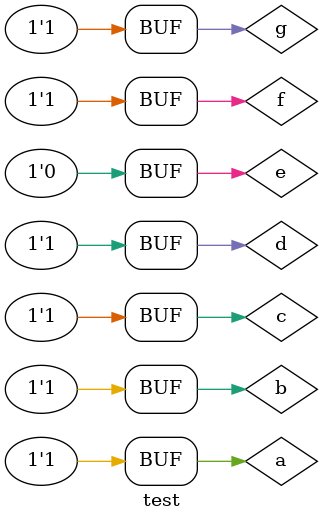
<source format=v>
module led(a,b,c,d,e,f,g,out1,out2,out3,out4); 	
input a,b,c,d,e,f,g;
output reg out1, out2, out3, out4;

always @(*)
begin

if(a==0 && b==1 && c==1 && d==0 && e==0 && f==1 && g==1) begin
out1 = 0;
out2 = 1;
out3 = 0;
out4 = 0;
end

else if(a==1 && b==0 && c==1 && d==1 && e==0 && f==1 && g==1) begin
out1 = 0;
out2 = 1;
out3 = 0;
out4 = 1;
end

else if(a==1 && b==0 && c==1 && d==1 && e==1 && f==1 && g==1) begin
out1 = 0;
out2 = 1;
out3 = 1;
out4 = 0;
end

else if(a==1 && b==1 && c==1 && d==0 && e==0 && f==0 && g==0) begin
out1 = 0;
out2 = 1;
out3 = 1;
out4 = 1;
end

else if(a==1 && b==1 && c==1 && d==1 && e==1 && f==1 && g==1) begin
out1 = 1;
out2 = 0;
out3 = 0;
out4 = 0;
end

else if(a==1 && b==1 && c==1 && d==1 && e==0 && f==1 && g==1) begin
out1 = 1;
out2 = 0;
out3 = 0;
out4 = 1;
end

else begin
out1 = 0;
out2 = 0;
out3 = 0;
out4 = 0;
end


end
endmodule



module test;
wire out1, out2, out3, out4;
reg a,b,c,d,e,f,g;
led mygate(a,b,c,d,e,f,g,out1,out2,out3,out4);
initial
begin
$monitor("  %b   %b   %b   %b   %b   %b   %b           %b     %b     %b     %b", a,b,c,d,e,f,g,out1,out2,out3,out4);
a=0;
b=1;
c=1;
d=0;
e=0;
f=1;
g=1;
#1
a=1;
b=0;
c=1;
d=1;
e=0;
f=1;
g=1;
#1
a=1;
b=0;
c=1;
d=1;
e=1;
f=1;
g=1;
#1
a=1;
b=1;
c=1;
d=0;
e=0;
f=0;
g=0;
#1
a=1;
b=1;
c=1;
d=1;
e=1;
f=1;
g=1;
#1
a=1;
b=1;
c=1;
d=1;
e=0;
f=1;
g=1;

end
endmodule
</source>
